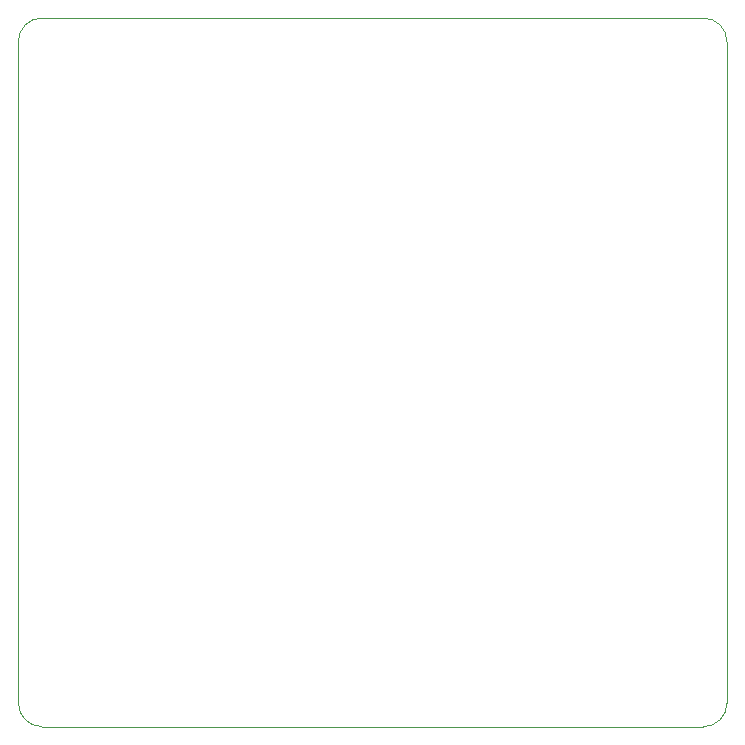
<source format=gm1>
G04 #@! TF.GenerationSoftware,KiCad,Pcbnew,(6.0.6-0)*
G04 #@! TF.CreationDate,2022-08-07T15:28:42+01:00*
G04 #@! TF.ProjectId,Spinny,5370696e-6e79-42e6-9b69-6361645f7063,rev?*
G04 #@! TF.SameCoordinates,Original*
G04 #@! TF.FileFunction,Profile,NP*
%FSLAX46Y46*%
G04 Gerber Fmt 4.6, Leading zero omitted, Abs format (unit mm)*
G04 Created by KiCad (PCBNEW (6.0.6-0)) date 2022-08-07 15:28:42*
%MOMM*%
%LPD*%
G01*
G04 APERTURE LIST*
G04 #@! TA.AperFunction,Profile*
%ADD10C,0.100000*%
G04 #@! TD*
G04 APERTURE END LIST*
D10*
X180000000Y-72000000D02*
G75*
G03*
X178000000Y-70000000I-2000000J0D01*
G01*
X122000000Y-70000000D02*
G75*
G03*
X120000000Y-72000000I0J-2000000D01*
G01*
X178000000Y-130000000D02*
G75*
G03*
X180000000Y-128000000I0J2000000D01*
G01*
X120000000Y-128000000D02*
X120000000Y-72000000D01*
X180000000Y-72000000D02*
X180000000Y-128000000D01*
X120000000Y-128000000D02*
G75*
G03*
X122000000Y-130000000I2000000J0D01*
G01*
X178000000Y-130000000D02*
X122000000Y-130000000D01*
X122000000Y-70000000D02*
X178000000Y-70000000D01*
M02*

</source>
